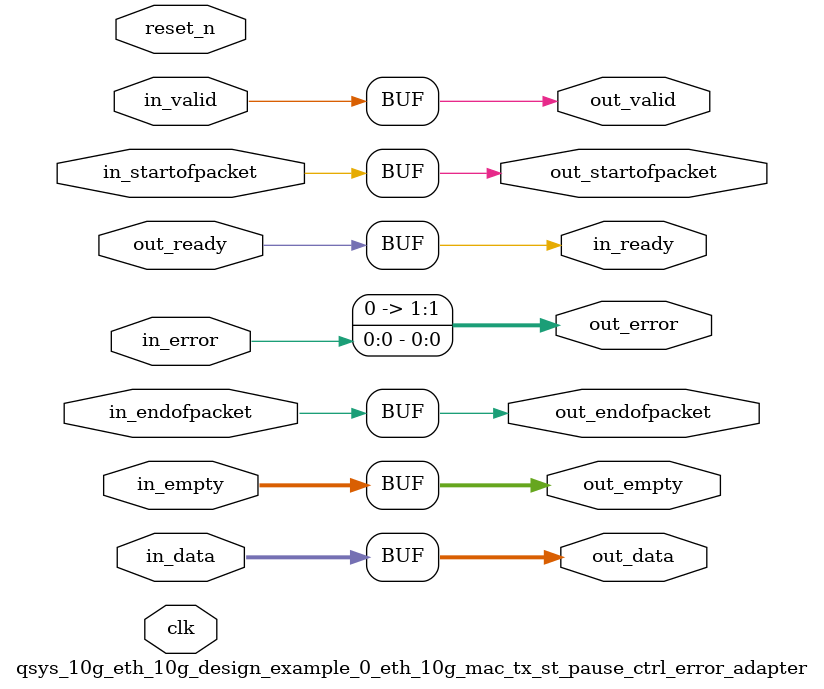
<source format=v>

`timescale 1ns / 100ps
module qsys_10g_eth_10g_design_example_0_eth_10g_mac_tx_st_pause_ctrl_error_adapter (
    
      // Interface: clk
      input              clk,
      // Interface: reset
      input              reset_n,
      // Interface: in
      output reg         in_ready,
      input              in_valid,
      input      [63: 0] in_data,
      input      [ 0: 0] in_error,
      input              in_startofpacket,
      input              in_endofpacket,
      input      [ 2: 0] in_empty,
      // Interface: out
      input              out_ready,
      output reg         out_valid,
      output reg [63: 0] out_data,
      output reg [ 1: 0] out_error,
      output reg         out_startofpacket,
      output reg         out_endofpacket,
      output reg [ 2: 0] out_empty
);



   // ---------------------------------------------------------------------
   //| Pass-through Mapping
   // ---------------------------------------------------------------------
   always @* begin
      in_ready = out_ready;
      out_valid = in_valid;
      out_data = in_data;
      out_startofpacket = in_startofpacket;
      out_endofpacket = in_endofpacket;
      out_empty = in_empty;

   end

   // ---------------------------------------------------------------------
   //| Error Mapping
   // ---------------------------------------------------------------------
   always @* begin
      out_error = 0;
      
      out_error = in_error;
   end
endmodule
</source>
